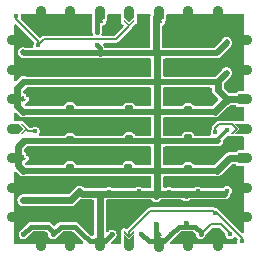
<source format=gbl>
G04 #@! TF.GenerationSoftware,KiCad,Pcbnew,9.0.0*
G04 #@! TF.CreationDate,2025-03-15T13:02:56+01:00*
G04 #@! TF.ProjectId,snowpixel,736e6f77-7069-4786-956c-2e6b69636164,rev?*
G04 #@! TF.SameCoordinates,Original*
G04 #@! TF.FileFunction,Copper,L2,Bot*
G04 #@! TF.FilePolarity,Positive*
%FSLAX46Y46*%
G04 Gerber Fmt 4.6, Leading zero omitted, Abs format (unit mm)*
G04 Created by KiCad (PCBNEW 9.0.0) date 2025-03-15 13:02:56*
%MOMM*%
%LPD*%
G01*
G04 APERTURE LIST*
G04 Aperture macros list*
%AMRoundRect*
0 Rectangle with rounded corners*
0 $1 Rounding radius*
0 $2 $3 $4 $5 $6 $7 $8 $9 X,Y pos of 4 corners*
0 Add a 4 corners polygon primitive as box body*
4,1,4,$2,$3,$4,$5,$6,$7,$8,$9,$2,$3,0*
0 Add four circle primitives for the rounded corners*
1,1,$1+$1,$2,$3*
1,1,$1+$1,$4,$5*
1,1,$1+$1,$6,$7*
1,1,$1+$1,$8,$9*
0 Add four rect primitives between the rounded corners*
20,1,$1+$1,$2,$3,$4,$5,0*
20,1,$1+$1,$4,$5,$6,$7,0*
20,1,$1+$1,$6,$7,$8,$9,0*
20,1,$1+$1,$8,$9,$2,$3,0*%
%AMFreePoly0*
4,1,21,0.530354,0.450354,0.530500,0.450000,0.530500,-0.450000,0.530354,-0.450354,0.530000,-0.450500,0.440000,-0.450500,0.439646,-0.450354,0.439500,-0.450000,0.439500,-0.050500,0.350000,-0.050500,0.350000,-0.450000,-0.350000,-0.450000,-0.350000,0.450000,0.350000,0.450000,0.350000,0.050500,0.439500,0.050500,0.439500,0.450000,0.439646,0.450354,0.440000,0.450500,0.530000,0.450500,
0.530354,0.450354,0.530354,0.450354,$1*%
%AMFreePoly1*
4,1,13,0.040354,0.250354,0.040500,0.250000,0.040500,-0.300000,0.040354,-0.300354,0.040000,-0.300500,-0.050000,-0.300500,-0.050354,-0.300354,-0.050500,-0.300000,-0.050500,0.250000,-0.050354,0.250354,-0.050000,0.250500,0.040000,0.250500,0.040354,0.250354,0.040354,0.250354,$1*%
%AMFreePoly2*
4,1,13,0.050354,0.160354,0.050500,0.160000,0.050500,-0.140000,0.050354,-0.140354,0.050000,-0.140500,-0.040000,-0.140500,-0.040354,-0.140354,-0.040500,-0.140000,-0.040500,0.160000,-0.040354,0.160354,-0.040000,0.160500,0.050000,0.160500,0.050354,0.160354,0.050354,0.160354,$1*%
%AMFreePoly3*
4,1,23,0.350000,0.100060,0.649972,0.300042,0.650010,0.300049,0.650042,0.300028,0.650050,0.300000,0.650050,0.000050,0.950000,0.000050,0.950035,0.000035,0.950050,0.000000,0.950035,-0.000035,0.950028,-0.000042,0.500028,-0.300042,0.499990,-0.300049,0.499958,-0.300028,0.499950,-0.300000,0.499950,-0.050094,0.350028,-0.150042,0.350000,-0.150047,0.350000,-0.450000,-0.350000,-0.450000,
-0.350000,0.450000,0.350000,0.450000,0.350000,0.100060,0.350000,0.100060,$1*%
%AMFreePoly4*
4,1,18,0.750354,0.450354,0.750500,0.450000,0.750354,0.449646,0.300708,0.000000,0.750354,-0.449646,0.750500,-0.450000,0.750354,-0.450354,0.750000,-0.450500,0.000000,-0.450500,-0.000354,-0.450354,-0.000500,-0.450000,-0.300000,-0.450000,-0.300000,0.450000,-0.000500,0.450000,-0.000354,0.450354,0.000000,0.450500,0.750000,0.450500,0.750354,0.450354,0.750354,0.450354,$1*%
%AMFreePoly5*
4,1,17,0.550355,0.450146,0.550708,0.449999,0.550854,0.449645,0.550708,0.449292,0.101416,0.000000,0.550708,-0.449292,0.550854,-0.449646,0.550708,-0.450000,0.550355,-0.450146,0.350001,-0.450500,0.349646,-0.450354,-0.100354,-0.000354,-0.100500,0.000000,-0.100354,0.000354,0.349646,0.450354,0.350001,0.450500,0.550355,0.450146,0.550355,0.450146,$1*%
%AMFreePoly6*
4,1,16,0.275354,0.450354,0.725354,0.000354,0.725500,0.000000,0.725354,-0.000354,0.275354,-0.450354,0.275000,-0.450500,-0.125000,-0.450500,-0.125354,-0.450354,-0.125500,-0.450000,-0.275000,-0.450000,-0.275000,0.450000,-0.125500,0.450000,-0.125354,0.450354,-0.125000,0.450500,0.275000,0.450500,0.275354,0.450354,0.275354,0.450354,$1*%
%AMFreePoly7*
4,1,17,-0.299646,0.450354,0.150354,0.000354,0.150500,0.000000,0.150354,-0.000354,-0.299646,-0.450354,-0.300000,-0.450500,-0.500000,-0.450500,-0.500354,-0.450354,-0.500500,-0.450000,-0.500354,-0.449646,-0.050708,0.000000,-0.500354,0.449646,-0.500500,0.450000,-0.500354,0.450354,-0.500000,0.450500,-0.300000,0.450500,-0.299646,0.450354,-0.299646,0.450354,$1*%
G04 Aperture macros list end*
G04 #@! TA.AperFunction,SMDPad,CuDef*
%ADD10RoundRect,0.140000X0.170000X-0.140000X0.170000X0.140000X-0.170000X0.140000X-0.170000X-0.140000X0*%
G04 #@! TD*
G04 #@! TA.AperFunction,ComponentPad*
%ADD11C,0.900000*%
G04 #@! TD*
G04 #@! TA.AperFunction,SMDPad,CuDef*
%ADD12FreePoly0,0.000000*%
G04 #@! TD*
G04 #@! TA.AperFunction,SMDPad,CuDef*
%ADD13FreePoly1,0.000000*%
G04 #@! TD*
G04 #@! TA.AperFunction,SMDPad,CuDef*
%ADD14FreePoly2,0.000000*%
G04 #@! TD*
G04 #@! TA.AperFunction,SMDPad,CuDef*
%ADD15FreePoly0,270.000000*%
G04 #@! TD*
G04 #@! TA.AperFunction,SMDPad,CuDef*
%ADD16FreePoly1,270.000000*%
G04 #@! TD*
G04 #@! TA.AperFunction,SMDPad,CuDef*
%ADD17FreePoly2,270.000000*%
G04 #@! TD*
G04 #@! TA.AperFunction,SMDPad,CuDef*
%ADD18FreePoly3,270.000000*%
G04 #@! TD*
G04 #@! TA.AperFunction,SMDPad,CuDef*
%ADD19FreePoly4,90.000000*%
G04 #@! TD*
G04 #@! TA.AperFunction,SMDPad,CuDef*
%ADD20FreePoly5,90.000000*%
G04 #@! TD*
G04 #@! TA.AperFunction,SMDPad,CuDef*
%ADD21FreePoly0,90.000000*%
G04 #@! TD*
G04 #@! TA.AperFunction,SMDPad,CuDef*
%ADD22FreePoly1,90.000000*%
G04 #@! TD*
G04 #@! TA.AperFunction,SMDPad,CuDef*
%ADD23FreePoly2,90.000000*%
G04 #@! TD*
G04 #@! TA.AperFunction,SMDPad,CuDef*
%ADD24FreePoly3,90.000000*%
G04 #@! TD*
G04 #@! TA.AperFunction,SMDPad,CuDef*
%ADD25FreePoly3,0.000000*%
G04 #@! TD*
G04 #@! TA.AperFunction,SMDPad,CuDef*
%ADD26FreePoly3,180.000000*%
G04 #@! TD*
G04 #@! TA.AperFunction,SMDPad,CuDef*
%ADD27FreePoly6,270.000000*%
G04 #@! TD*
G04 #@! TA.AperFunction,SMDPad,CuDef*
%ADD28FreePoly7,270.000000*%
G04 #@! TD*
G04 #@! TA.AperFunction,SMDPad,CuDef*
%ADD29FreePoly6,0.000000*%
G04 #@! TD*
G04 #@! TA.AperFunction,SMDPad,CuDef*
%ADD30FreePoly7,0.000000*%
G04 #@! TD*
G04 #@! TA.AperFunction,SMDPad,CuDef*
%ADD31FreePoly4,180.000000*%
G04 #@! TD*
G04 #@! TA.AperFunction,SMDPad,CuDef*
%ADD32FreePoly5,180.000000*%
G04 #@! TD*
G04 #@! TA.AperFunction,SMDPad,CuDef*
%ADD33FreePoly0,180.000000*%
G04 #@! TD*
G04 #@! TA.AperFunction,SMDPad,CuDef*
%ADD34FreePoly1,180.000000*%
G04 #@! TD*
G04 #@! TA.AperFunction,SMDPad,CuDef*
%ADD35FreePoly2,180.000000*%
G04 #@! TD*
G04 #@! TA.AperFunction,ViaPad*
%ADD36C,0.400000*%
G04 #@! TD*
G04 #@! TA.AperFunction,Conductor*
%ADD37C,0.500000*%
G04 #@! TD*
G04 #@! TA.AperFunction,Conductor*
%ADD38C,0.600000*%
G04 #@! TD*
G04 #@! TA.AperFunction,Conductor*
%ADD39C,0.400000*%
G04 #@! TD*
G04 #@! TA.AperFunction,Conductor*
%ADD40C,0.200000*%
G04 #@! TD*
G04 #@! TA.AperFunction,Conductor*
%ADD41C,0.300000*%
G04 #@! TD*
G04 APERTURE END LIST*
D10*
X123350000Y-59970000D03*
X123350000Y-60930000D03*
X123350000Y-63530000D03*
X123350000Y-62570000D03*
D11*
X108400000Y-65200000D03*
D12*
X108750000Y-65200000D03*
D13*
X109420000Y-65200000D03*
D14*
X109590000Y-65200000D03*
D11*
X123350000Y-50250000D03*
D15*
X123350000Y-50600000D03*
D16*
X123350000Y-51270000D03*
D17*
X123350000Y-51440000D03*
D11*
X120850000Y-50250000D03*
D18*
X120850000Y-50600000D03*
D11*
X118350000Y-70175000D03*
D19*
X118350000Y-69875000D03*
D20*
X118350000Y-69375000D03*
D10*
X118300000Y-63410000D03*
X118300000Y-62450000D03*
D11*
X113350000Y-70150000D03*
D21*
X113350000Y-69800000D03*
D22*
X113350000Y-69130000D03*
D23*
X113350000Y-68960000D03*
D11*
X125850000Y-50250000D03*
D15*
X125850000Y-50600000D03*
D16*
X125850000Y-51270000D03*
D17*
X125850000Y-51440000D03*
D11*
X108400000Y-55200000D03*
D12*
X108750000Y-55200000D03*
D13*
X109420000Y-55200000D03*
D14*
X109590000Y-55200000D03*
D11*
X110850000Y-50250000D03*
D15*
X110850000Y-50600000D03*
D16*
X110850000Y-51270000D03*
D17*
X110850000Y-51440000D03*
D11*
X115850000Y-50250000D03*
D18*
X115850000Y-50600000D03*
D11*
X110850000Y-70150000D03*
D21*
X110850000Y-69800000D03*
D22*
X110850000Y-69130000D03*
D23*
X110850000Y-68960000D03*
D11*
X115850000Y-70150000D03*
D24*
X115850000Y-69800000D03*
D11*
X108400000Y-67700000D03*
D12*
X108750000Y-67700000D03*
D13*
X109420000Y-67700000D03*
D14*
X109590000Y-67700000D03*
D11*
X108400000Y-62700000D03*
D25*
X108750000Y-62700000D03*
D10*
X113350000Y-61050000D03*
X113350000Y-60090000D03*
D11*
X125850000Y-70150000D03*
D21*
X125850000Y-69800000D03*
D22*
X125850000Y-69130000D03*
D23*
X125850000Y-68960000D03*
D11*
X108400000Y-52700000D03*
D12*
X108750000Y-52700000D03*
D13*
X109420000Y-52700000D03*
D14*
X109590000Y-52700000D03*
D11*
X128300000Y-62700000D03*
D26*
X127950000Y-62700000D03*
D11*
X118350000Y-50250000D03*
D27*
X118350000Y-50525000D03*
D28*
X118350000Y-51450000D03*
D11*
X113350000Y-50250000D03*
D15*
X113350000Y-50600000D03*
D16*
X113350000Y-51270000D03*
D17*
X113350000Y-51440000D03*
D11*
X108400000Y-57700000D03*
D25*
X108750000Y-57700000D03*
D11*
X108395000Y-60200000D03*
D29*
X108670000Y-60200000D03*
D30*
X109595000Y-60200000D03*
D11*
X128300000Y-60200000D03*
D31*
X128000000Y-60200000D03*
D32*
X127500000Y-60200000D03*
D11*
X120850000Y-70179775D03*
D24*
X120850000Y-69829775D03*
D10*
X118350000Y-58480000D03*
X118350000Y-57520000D03*
D11*
X128300000Y-52700000D03*
D33*
X127950000Y-52700000D03*
D34*
X127280000Y-52700000D03*
D35*
X127110000Y-52700000D03*
D11*
X128300000Y-55200000D03*
D33*
X127950000Y-55200000D03*
D34*
X127280000Y-55200000D03*
D35*
X127110000Y-55200000D03*
D11*
X128300000Y-67700000D03*
D33*
X127950000Y-67700000D03*
D34*
X127280000Y-67700000D03*
D35*
X127110000Y-67700000D03*
D10*
X123350000Y-58530000D03*
X123350000Y-57570000D03*
D11*
X128300000Y-57700000D03*
D26*
X127950000Y-57700000D03*
D10*
X113350000Y-58450000D03*
X113350000Y-57490000D03*
D11*
X123350000Y-70150000D03*
D21*
X123350000Y-69800000D03*
D22*
X123350000Y-69130000D03*
D23*
X123350000Y-68960000D03*
D10*
X118350000Y-60980000D03*
X118350000Y-60020000D03*
D11*
X128300000Y-65200000D03*
D33*
X127950000Y-65200000D03*
D34*
X127280000Y-65200000D03*
D35*
X127110000Y-65200000D03*
D10*
X113350000Y-63450000D03*
X113350000Y-62490000D03*
D36*
X123150000Y-65940000D03*
X119399998Y-69150001D03*
X119399998Y-53750000D03*
X111899999Y-66249998D03*
X109399998Y-66250000D03*
X126650000Y-60325000D03*
X119399999Y-63749998D03*
X121695093Y-65547307D03*
X114399999Y-56249998D03*
X114399998Y-69150002D03*
X109399999Y-58749998D03*
X126899998Y-69150001D03*
X124399999Y-63749998D03*
X114399999Y-61249998D03*
X109399999Y-56249998D03*
X109399999Y-63749998D03*
X114399999Y-63749998D03*
X114399998Y-58749999D03*
X111899998Y-56249999D03*
X124399998Y-56250000D03*
X111899998Y-53750000D03*
X123150000Y-68220000D03*
X124399998Y-69150001D03*
X116899999Y-58749998D03*
X121900000Y-69150002D03*
X126650000Y-52850000D03*
X126650000Y-55450000D03*
X120650000Y-68290000D03*
X126650000Y-57700000D03*
X116899998Y-56249999D03*
X111899999Y-61249998D03*
X109399998Y-53749999D03*
X124149999Y-65513013D03*
X119399998Y-56250000D03*
X115650000Y-51975000D03*
X121899999Y-56249998D03*
X116899999Y-53749998D03*
X116900000Y-69150002D03*
X116899998Y-63750000D03*
X124399998Y-53749999D03*
X121899998Y-58749999D03*
X121899998Y-61249999D03*
X109399999Y-61249998D03*
X116649999Y-65531413D03*
X126669400Y-62884400D03*
X124399999Y-58749998D03*
X114399998Y-53749999D03*
X119149999Y-65516813D03*
X121900000Y-63749998D03*
X116899999Y-61250001D03*
X120650000Y-66000000D03*
X111899998Y-69150001D03*
X114150000Y-65520613D03*
X126650000Y-65449800D03*
X119399999Y-61249998D03*
X124399999Y-61249998D03*
X119399999Y-58749998D03*
X115609687Y-53125000D03*
X111899999Y-58749998D03*
X109399998Y-69150001D03*
X121899998Y-53750000D03*
X111899999Y-63749998D03*
X108800000Y-50650000D03*
X110650000Y-53149999D03*
X110384994Y-60423466D03*
X115036200Y-54985000D03*
X117525400Y-57448800D03*
X120014600Y-57448800D03*
X125043800Y-59963400D03*
X117525400Y-59938000D03*
X119800001Y-51249998D03*
X122503800Y-62427200D03*
X127300002Y-64150001D03*
X119800002Y-66650001D03*
X122529200Y-64967200D03*
X127300002Y-66650001D03*
X117525400Y-62478000D03*
X120040000Y-62478000D03*
X115036200Y-64992600D03*
X112521600Y-57499600D03*
X127300002Y-56650001D03*
X117300001Y-51249998D03*
X109800001Y-51249998D03*
X122529200Y-59938000D03*
X125650000Y-68819200D03*
X110150000Y-57400000D03*
X127300002Y-61650001D03*
X115036200Y-57474200D03*
X125018400Y-54959600D03*
X110050000Y-62478000D03*
X110025000Y-59875000D03*
X127300001Y-51249998D03*
X120040000Y-54959600D03*
X125018400Y-62452600D03*
X110032400Y-64941800D03*
X112521600Y-59963400D03*
X124800002Y-66650001D03*
X122529200Y-54959600D03*
X125043800Y-57448800D03*
X122529200Y-57448800D03*
X117300001Y-66650002D03*
X124800001Y-51249998D03*
X122300001Y-51249998D03*
X120014600Y-59938000D03*
X110025000Y-55061200D03*
X112300001Y-51249998D03*
X112521600Y-55035800D03*
X114800002Y-66650001D03*
X115036200Y-62478000D03*
X112521600Y-62452600D03*
X122300002Y-66650001D03*
X127334600Y-54150002D03*
X112521600Y-64967200D03*
X117525400Y-54959600D03*
X117525400Y-64992600D03*
X114800001Y-51249998D03*
X120014600Y-64967200D03*
X127300002Y-59150001D03*
X115036200Y-59988800D03*
X125018400Y-64967200D03*
X127900000Y-69750000D03*
X125650000Y-60500000D03*
X125650000Y-67329400D03*
D37*
X126600000Y-52977200D02*
X126600000Y-52850000D01*
D38*
X126650000Y-57700000D02*
X127800000Y-57700000D01*
X120740000Y-65557600D02*
X120875000Y-65692600D01*
D39*
X114399998Y-69149998D02*
X114399998Y-69150002D01*
X111459878Y-68500000D02*
X111899998Y-68940120D01*
D37*
X109399999Y-63749998D02*
X125803802Y-63749998D01*
D39*
X123150000Y-68220000D02*
X123150000Y-68486600D01*
X112549999Y-68500000D02*
X113750000Y-68500000D01*
D38*
X108925000Y-62700000D02*
X108925000Y-61724997D01*
X114321987Y-65692600D02*
X115740000Y-65692600D01*
X108900000Y-56749997D02*
X108900000Y-58249999D01*
D39*
X109399998Y-69150001D02*
X110049999Y-68500000D01*
D37*
X109399999Y-61249998D02*
X125865402Y-61249998D01*
D40*
X126899998Y-69055414D02*
X126113784Y-68269200D01*
X125280799Y-68269200D02*
X124399998Y-69150001D01*
D39*
X123150000Y-68486600D02*
X123138800Y-68497800D01*
X115650000Y-51975000D02*
X115650000Y-50800000D01*
X115650000Y-50800000D02*
X115800000Y-50650000D01*
D40*
X126899998Y-69060830D02*
X126899998Y-69055414D01*
D39*
X124399998Y-68940120D02*
X124399998Y-69150001D01*
D38*
X125861600Y-56911600D02*
X125861600Y-56250000D01*
D39*
X120770225Y-69750000D02*
X121300002Y-69750000D01*
D38*
X120625000Y-50825000D02*
X120700000Y-50750000D01*
X115740000Y-65692600D02*
X120875000Y-65692600D01*
D39*
X126575000Y-57625000D02*
X126650000Y-57700000D01*
D38*
X120700000Y-50750000D02*
X120850000Y-50750000D01*
X126669400Y-62884400D02*
X126853800Y-62700000D01*
D39*
X110049999Y-68500000D02*
X111459878Y-68500000D01*
D37*
X124399998Y-56250000D02*
X125861600Y-56250000D01*
D38*
X113420613Y-66250000D02*
X114150000Y-65520613D01*
X115860000Y-65812600D02*
X115860000Y-69640000D01*
X126575000Y-57625000D02*
X125861600Y-56911600D01*
X120740000Y-53914999D02*
X120740000Y-65557600D01*
X109399999Y-56249998D02*
X108900000Y-56749997D01*
X120625000Y-53799999D02*
X120625000Y-50825000D01*
D37*
X120625000Y-53799999D02*
X125777201Y-53799999D01*
D39*
X121300002Y-69750000D02*
X121900000Y-69150002D01*
D38*
X126669400Y-62884400D02*
X125803802Y-63749998D01*
D37*
X126600000Y-57750000D02*
X126650000Y-57750000D01*
D41*
X125865402Y-61249998D02*
X125865402Y-61109598D01*
D38*
X115740000Y-65692600D02*
X115860000Y-65812600D01*
D40*
X120852800Y-58724598D02*
X120878200Y-58749998D01*
D37*
X109399999Y-56249998D02*
X124399996Y-56249998D01*
D39*
X115850000Y-53365313D02*
X115850000Y-53850000D01*
X113750000Y-68500000D02*
X114399998Y-69149998D01*
D38*
X126650000Y-57700000D02*
X126650000Y-57824998D01*
X108925000Y-61724997D02*
X109399999Y-61249998D01*
D39*
X120650000Y-66000000D02*
X120650000Y-65643000D01*
X111899998Y-66249999D02*
X111899999Y-66249998D01*
D37*
X125777201Y-53799999D02*
X126600000Y-52977200D01*
D39*
X121900000Y-69150002D02*
X122550002Y-68500000D01*
X120650000Y-69629775D02*
X120770225Y-69750000D01*
X119999997Y-69750000D02*
X120850000Y-69750000D01*
D38*
X108925000Y-63274999D02*
X109399999Y-63749998D01*
D39*
X114999996Y-69750000D02*
X114399998Y-69150002D01*
D38*
X115825000Y-50775000D02*
X115850000Y-50750000D01*
X109399998Y-66250000D02*
X113420613Y-66250000D01*
D39*
X115609687Y-53125000D02*
X115850000Y-53365313D01*
X119399998Y-69150001D02*
X119999997Y-69750000D01*
X126650000Y-57700000D02*
X127900000Y-57700000D01*
X111899998Y-69150001D02*
X112549999Y-68500000D01*
X121899999Y-69150001D02*
X121900000Y-69150002D01*
D37*
X115925000Y-53799999D02*
X120625000Y-53799999D01*
D39*
X120650000Y-65643000D02*
X120700400Y-65592600D01*
X115800000Y-50650000D02*
X115850000Y-50650000D01*
D38*
X120875000Y-65692600D02*
X126426600Y-65692600D01*
D39*
X116900000Y-69150002D02*
X116300002Y-69750000D01*
X123959878Y-68500000D02*
X124399998Y-68940120D01*
X120650000Y-68290000D02*
X120650000Y-69629775D01*
D41*
X125865402Y-61109598D02*
X126650000Y-60325000D01*
D39*
X111899998Y-68940120D02*
X111899998Y-69150001D01*
X116300002Y-69750000D02*
X114999996Y-69750000D01*
D38*
X120625000Y-53799999D02*
X120740000Y-53914999D01*
D37*
X120750000Y-50700000D02*
X120850000Y-50700000D01*
D38*
X126853800Y-62700000D02*
X127850000Y-62700000D01*
D40*
X126113784Y-68269200D02*
X125280799Y-68269200D01*
D37*
X109399999Y-58749998D02*
X124399999Y-58749998D01*
D38*
X114150000Y-65520613D02*
X114321987Y-65692600D01*
D37*
X109449998Y-53799999D02*
X115925000Y-53799999D01*
D38*
X126650000Y-57700000D02*
X125600002Y-58749998D01*
D39*
X123150000Y-65940000D02*
X123150000Y-65606800D01*
D37*
X124399996Y-56249998D02*
X124399998Y-56250000D01*
D38*
X108925000Y-62700000D02*
X108925000Y-63274999D01*
X115860000Y-69640000D02*
X115850000Y-69650000D01*
D39*
X114150000Y-65520613D02*
X114221987Y-65592600D01*
D37*
X125861600Y-56250000D02*
X126600000Y-55511600D01*
X120625000Y-50825000D02*
X120750000Y-50700000D01*
X109399998Y-53749999D02*
X109449998Y-53799999D01*
D39*
X122550002Y-68500000D02*
X123959878Y-68500000D01*
D37*
X126600000Y-55511600D02*
X126600000Y-55450000D01*
D38*
X108900000Y-58249999D02*
X109399999Y-58749998D01*
D37*
X124399999Y-58749998D02*
X125600002Y-58749998D01*
D40*
X108800000Y-50957104D02*
X110650000Y-52807104D01*
X110650000Y-52807104D02*
X110650000Y-53149999D01*
X110650000Y-53149999D02*
X110675001Y-53175000D01*
X111174999Y-52625000D02*
X117217559Y-52625000D01*
X110370460Y-60438000D02*
X109825293Y-60438000D01*
X110650000Y-53149999D02*
X111174999Y-52625000D01*
X108800000Y-50650000D02*
X108800000Y-50957104D01*
X109795174Y-60395174D02*
X109675000Y-60275000D01*
X117217559Y-52625000D02*
X117285119Y-52557440D01*
X117285119Y-52557440D02*
X118350000Y-51492559D01*
X110384994Y-60423466D02*
X110370460Y-60438000D01*
X125850000Y-69019200D02*
X125850000Y-69600000D01*
X125650000Y-68819200D02*
X125850000Y-69019200D01*
X125490600Y-67170000D02*
X120130000Y-67170000D01*
X125650000Y-60175000D02*
X126000000Y-59825000D01*
X125650000Y-60500000D02*
X125650000Y-60175000D01*
X125650000Y-67329400D02*
X125650000Y-67358200D01*
X120130000Y-67170000D02*
X118350000Y-68950000D01*
X127900000Y-69442750D02*
X125786650Y-67329400D01*
X126000000Y-59825000D02*
X127075000Y-59825000D01*
X127075000Y-59825000D02*
X127430059Y-60180059D01*
X127900000Y-69750000D02*
X127900000Y-69442750D01*
X125650000Y-67329400D02*
X125490600Y-67170000D01*
X118350000Y-68950000D02*
X118350000Y-69262500D01*
X125786650Y-67329400D02*
X125650000Y-67329400D01*
G04 #@! TA.AperFunction,Conductor*
G36*
X108805703Y-63863962D02*
G01*
X108812181Y-63869994D01*
X109092685Y-64150498D01*
X109191520Y-64207561D01*
X109201424Y-64213279D01*
X109206813Y-64216390D01*
X109334107Y-64250498D01*
X109334109Y-64250498D01*
X109465889Y-64250498D01*
X109465891Y-64250498D01*
X109593185Y-64216390D01*
X109593193Y-64216385D01*
X109600695Y-64213279D01*
X109601248Y-64214616D01*
X109653936Y-64200498D01*
X120115500Y-64200498D01*
X120182539Y-64220183D01*
X120228294Y-64272987D01*
X120239500Y-64324498D01*
X120239500Y-65068100D01*
X120219815Y-65135139D01*
X120167011Y-65180894D01*
X120115500Y-65192100D01*
X119421805Y-65192100D01*
X119359805Y-65175487D01*
X119359803Y-65175486D01*
X119304586Y-65143606D01*
X119202726Y-65116313D01*
X119097272Y-65116313D01*
X118995412Y-65143606D01*
X118995409Y-65143607D01*
X118974324Y-65155781D01*
X118940195Y-65175486D01*
X118940193Y-65175487D01*
X118878193Y-65192100D01*
X116896518Y-65192100D01*
X116834518Y-65175487D01*
X116804588Y-65158207D01*
X116804587Y-65158206D01*
X116804586Y-65158206D01*
X116702726Y-65130913D01*
X116597272Y-65130913D01*
X116495412Y-65158206D01*
X116495409Y-65158207D01*
X116465480Y-65175487D01*
X116403480Y-65192100D01*
X114580663Y-65192100D01*
X114513624Y-65172415D01*
X114492982Y-65155781D01*
X114457316Y-65120115D01*
X114457314Y-65120113D01*
X114381937Y-65076594D01*
X114343187Y-65054221D01*
X114279539Y-65037167D01*
X114215892Y-65020113D01*
X114084108Y-65020113D01*
X113956812Y-65054221D01*
X113842686Y-65120113D01*
X113842683Y-65120115D01*
X113249618Y-65713181D01*
X113188295Y-65746666D01*
X113161937Y-65749500D01*
X109334106Y-65749500D01*
X109206810Y-65783608D01*
X109092684Y-65849500D01*
X109092681Y-65849502D01*
X108999500Y-65942683D01*
X108999498Y-65942686D01*
X108933606Y-66056812D01*
X108923883Y-66093100D01*
X108899498Y-66184108D01*
X108899498Y-66315892D01*
X108906092Y-66340500D01*
X108933606Y-66443187D01*
X108966552Y-66500250D01*
X108999498Y-66557314D01*
X109092684Y-66650500D01*
X109206812Y-66716392D01*
X109334106Y-66750500D01*
X109334108Y-66750500D01*
X113486503Y-66750500D01*
X113486505Y-66750500D01*
X113613799Y-66716392D01*
X113727927Y-66650500D01*
X114150321Y-66228104D01*
X114211642Y-66194621D01*
X114247967Y-66193108D01*
X114247967Y-66193100D01*
X114248167Y-66193100D01*
X114254195Y-66192849D01*
X114256088Y-66193098D01*
X114256094Y-66193100D01*
X114256095Y-66193100D01*
X115235500Y-66193100D01*
X115302539Y-66212785D01*
X115348294Y-66265589D01*
X115359500Y-66317100D01*
X115359500Y-69041099D01*
X115358674Y-69055391D01*
X115356468Y-69074401D01*
X115346115Y-69097475D01*
X115343545Y-69185769D01*
X115342928Y-69191095D01*
X115331296Y-69218519D01*
X115322075Y-69246849D01*
X115317681Y-69250623D01*
X115315647Y-69255419D01*
X115298423Y-69267163D01*
X115282774Y-69280605D01*
X115282791Y-69280627D01*
X115282213Y-69281087D01*
X115273558Y-69288522D01*
X115271871Y-69289334D01*
X115266069Y-69293961D01*
X115201381Y-69320366D01*
X115132686Y-69307607D01*
X115101080Y-69284691D01*
X114726604Y-68910215D01*
X114726571Y-68910177D01*
X113995915Y-68179522D01*
X113995913Y-68179520D01*
X113950250Y-68153156D01*
X113904589Y-68126793D01*
X113853657Y-68113146D01*
X113802727Y-68099500D01*
X112602726Y-68099500D01*
X112497272Y-68099500D01*
X112395409Y-68126793D01*
X112304086Y-68179520D01*
X112304083Y-68179522D01*
X112092619Y-68390986D01*
X112031296Y-68424471D01*
X111961604Y-68419487D01*
X111917257Y-68390986D01*
X111705793Y-68179522D01*
X111705791Y-68179520D01*
X111660128Y-68153156D01*
X111614467Y-68126793D01*
X111563535Y-68113146D01*
X111512605Y-68099500D01*
X110102726Y-68099500D01*
X109997272Y-68099500D01*
X109895409Y-68126793D01*
X109804086Y-68179520D01*
X109804083Y-68179522D01*
X109079520Y-68904085D01*
X109079518Y-68904088D01*
X109026791Y-68995411D01*
X109010720Y-69055391D01*
X108999498Y-69097274D01*
X108999498Y-69202728D01*
X109003397Y-69217279D01*
X109026791Y-69304590D01*
X109026792Y-69304591D01*
X109079518Y-69395914D01*
X109154085Y-69470481D01*
X109233172Y-69516142D01*
X109245406Y-69523206D01*
X109245410Y-69523208D01*
X109347271Y-69550501D01*
X109347273Y-69550501D01*
X109452723Y-69550501D01*
X109452725Y-69550501D01*
X109554586Y-69523208D01*
X109645911Y-69470481D01*
X110179573Y-68936819D01*
X110240896Y-68903334D01*
X110267254Y-68900500D01*
X111242623Y-68900500D01*
X111272066Y-68909145D01*
X111302049Y-68915668D01*
X111307064Y-68919422D01*
X111309662Y-68920185D01*
X111330299Y-68936814D01*
X111463180Y-69069694D01*
X111496664Y-69131015D01*
X111499498Y-69157374D01*
X111499498Y-69202728D01*
X111503397Y-69217279D01*
X111526791Y-69304590D01*
X111526792Y-69304591D01*
X111579518Y-69395914D01*
X111654085Y-69470481D01*
X111733172Y-69516142D01*
X111745406Y-69523206D01*
X111745410Y-69523208D01*
X111847271Y-69550501D01*
X111847273Y-69550501D01*
X111952723Y-69550501D01*
X111952725Y-69550501D01*
X112054586Y-69523208D01*
X112145911Y-69470481D01*
X112679573Y-68936819D01*
X112740896Y-68903334D01*
X112767254Y-68900500D01*
X113532745Y-68900500D01*
X113599784Y-68920185D01*
X113620426Y-68936819D01*
X114074123Y-69390516D01*
X114074161Y-69390559D01*
X114421422Y-69737819D01*
X114454907Y-69799142D01*
X114449923Y-69868833D01*
X114408052Y-69924767D01*
X114342587Y-69949184D01*
X114333741Y-69949500D01*
X108724500Y-69949500D01*
X108657461Y-69929815D01*
X108611706Y-69877011D01*
X108600500Y-69825500D01*
X108600500Y-63957675D01*
X108620185Y-63890636D01*
X108672989Y-63844881D01*
X108742147Y-63834937D01*
X108805703Y-63863962D01*
G37*
G04 #@! TD.AperFunction*
G04 #@! TA.AperFunction,Conductor*
G36*
X127246392Y-63203637D02*
G01*
X127247469Y-63203884D01*
X127247473Y-63203884D01*
X127247475Y-63203885D01*
X127330412Y-63206298D01*
X127396848Y-63227923D01*
X127430600Y-63267220D01*
X127430622Y-63267203D01*
X127431091Y-63267791D01*
X127438523Y-63276444D01*
X127439333Y-63278126D01*
X127439334Y-63278127D01*
X127510837Y-63335149D01*
X127586203Y-63352351D01*
X127599995Y-63355499D01*
X127600000Y-63355500D01*
X127975500Y-63355500D01*
X128042539Y-63375185D01*
X128088294Y-63427989D01*
X128099500Y-63479500D01*
X128099500Y-68917917D01*
X128079815Y-68984956D01*
X128027011Y-69030711D01*
X127957853Y-69040655D01*
X127894297Y-69011630D01*
X127887819Y-69005598D01*
X125988542Y-67106321D01*
X125975764Y-67089669D01*
X125975424Y-67089931D01*
X125970480Y-67083487D01*
X125895913Y-67008920D01*
X125804587Y-66956193D01*
X125702727Y-66928900D01*
X125702726Y-66928900D01*
X125694667Y-66927839D01*
X125694960Y-66925612D01*
X125645227Y-66912287D01*
X125606589Y-66889979D01*
X125530162Y-66869500D01*
X120090438Y-66869500D01*
X120059867Y-66877691D01*
X120014008Y-66889979D01*
X120014007Y-66889980D01*
X119946618Y-66928888D01*
X119946597Y-66928900D01*
X119945492Y-66929537D01*
X119945488Y-66929540D01*
X118211426Y-68663602D01*
X118150103Y-68697087D01*
X118080411Y-68692103D01*
X118055365Y-68677689D01*
X118054605Y-68678826D01*
X117983062Y-68630973D01*
X117980794Y-68630031D01*
X117979184Y-68629363D01*
X117912252Y-68613990D01*
X117912250Y-68613990D01*
X117912249Y-68613990D01*
X117822066Y-68629147D01*
X117822056Y-68629150D01*
X117818168Y-68630752D01*
X117759820Y-68667267D01*
X117759817Y-68667270D01*
X117706760Y-68741757D01*
X117706758Y-68741760D01*
X117705142Y-68745640D01*
X117705142Y-68745641D01*
X117705141Y-68745646D01*
X117689354Y-68824273D01*
X117689232Y-68893629D01*
X117689000Y-69024736D01*
X117689000Y-69025004D01*
X117694133Y-69050809D01*
X117694133Y-69099191D01*
X117689000Y-69124995D01*
X117689000Y-69825500D01*
X117669315Y-69892539D01*
X117616511Y-69938294D01*
X117565000Y-69949500D01*
X116966257Y-69949500D01*
X116899218Y-69929815D01*
X116853463Y-69877011D01*
X116843519Y-69807853D01*
X116872544Y-69744297D01*
X116878576Y-69737819D01*
X117029358Y-69587037D01*
X117220480Y-69395915D01*
X117238206Y-69365213D01*
X117273207Y-69304589D01*
X117300500Y-69202729D01*
X117300500Y-69097275D01*
X117273207Y-68995415D01*
X117220480Y-68904089D01*
X117145913Y-68829522D01*
X117054587Y-68776795D01*
X116952727Y-68749502D01*
X116847273Y-68749502D01*
X116745413Y-68776795D01*
X116745412Y-68776795D01*
X116745410Y-68776796D01*
X116745409Y-68776796D01*
X116674926Y-68817489D01*
X116674920Y-68817493D01*
X116663179Y-68824273D01*
X116654087Y-68829522D01*
X116570269Y-68913339D01*
X116568249Y-68915190D01*
X116539226Y-68929421D01*
X116510858Y-68944912D01*
X116508046Y-68944710D01*
X116505516Y-68945952D01*
X116473413Y-68942234D01*
X116441166Y-68939928D01*
X116438908Y-68938238D01*
X116436110Y-68937914D01*
X116411112Y-68917429D01*
X116385233Y-68898056D01*
X116384248Y-68895415D01*
X116382068Y-68893629D01*
X116372112Y-68862878D01*
X116360816Y-68832592D01*
X116360631Y-68827415D01*
X116360547Y-68827156D01*
X116360612Y-68826906D01*
X116360500Y-68823746D01*
X116360500Y-66317100D01*
X116380185Y-66250061D01*
X116432989Y-66204306D01*
X116484500Y-66193100D01*
X120227845Y-66193100D01*
X120294884Y-66212785D01*
X120326218Y-66241610D01*
X120329520Y-66245913D01*
X120404087Y-66320480D01*
X120495413Y-66373207D01*
X120597273Y-66400500D01*
X120597275Y-66400500D01*
X120702725Y-66400500D01*
X120702727Y-66400500D01*
X120804587Y-66373207D01*
X120895913Y-66320480D01*
X120970480Y-66245913D01*
X120970483Y-66245907D01*
X120973782Y-66241610D01*
X121030211Y-66200409D01*
X121072155Y-66193100D01*
X122785345Y-66193100D01*
X122852384Y-66212785D01*
X122873026Y-66229419D01*
X122904087Y-66260480D01*
X122995413Y-66313207D01*
X123097273Y-66340500D01*
X123097275Y-66340500D01*
X123202725Y-66340500D01*
X123202727Y-66340500D01*
X123304587Y-66313207D01*
X123395913Y-66260480D01*
X123426974Y-66229419D01*
X123488297Y-66195934D01*
X123514655Y-66193100D01*
X126492490Y-66193100D01*
X126492492Y-66193100D01*
X126619786Y-66158992D01*
X126733914Y-66093100D01*
X126827100Y-65999914D01*
X126892992Y-65885786D01*
X126925602Y-65764082D01*
X126957693Y-65708499D01*
X126970480Y-65695713D01*
X127023207Y-65604387D01*
X127050500Y-65502527D01*
X127050500Y-65397073D01*
X127023207Y-65295213D01*
X126970480Y-65203887D01*
X126895913Y-65129320D01*
X126804587Y-65076593D01*
X126702727Y-65049300D01*
X126597273Y-65049300D01*
X126495413Y-65076593D01*
X126495410Y-65076594D01*
X126404085Y-65129321D01*
X126377626Y-65155781D01*
X126316303Y-65189266D01*
X126289945Y-65192100D01*
X124428387Y-65192100D01*
X124366387Y-65175487D01*
X124366385Y-65175486D01*
X124304586Y-65139806D01*
X124202726Y-65112513D01*
X124097272Y-65112513D01*
X123995412Y-65139806D01*
X123995409Y-65139807D01*
X123967742Y-65155781D01*
X123933613Y-65175486D01*
X123933611Y-65175487D01*
X123871611Y-65192100D01*
X121914082Y-65192100D01*
X121857322Y-65176890D01*
X121857190Y-65177211D01*
X121854757Y-65176203D01*
X121852081Y-65175486D01*
X121849680Y-65174100D01*
X121747820Y-65146807D01*
X121642366Y-65146807D01*
X121540506Y-65174100D01*
X121540505Y-65174100D01*
X121539032Y-65174950D01*
X121538104Y-65175486D01*
X121535428Y-65176203D01*
X121532996Y-65177211D01*
X121532863Y-65176890D01*
X121522616Y-65179636D01*
X121511039Y-65187077D01*
X121476104Y-65192100D01*
X121364500Y-65192100D01*
X121297461Y-65172415D01*
X121251706Y-65119611D01*
X121240500Y-65068100D01*
X121240500Y-64324498D01*
X121260185Y-64257459D01*
X121312989Y-64211704D01*
X121364500Y-64200498D01*
X125549865Y-64200498D01*
X125602552Y-64214616D01*
X125603106Y-64213279D01*
X125610609Y-64216386D01*
X125610616Y-64216390D01*
X125737910Y-64250498D01*
X125737912Y-64250498D01*
X125869692Y-64250498D01*
X125869694Y-64250498D01*
X125996988Y-64216390D01*
X126111116Y-64150498D01*
X127024795Y-63236819D01*
X127086118Y-63203334D01*
X127112476Y-63200500D01*
X127218678Y-63200500D01*
X127246392Y-63203637D01*
G37*
G04 #@! TD.AperFunction*
G04 #@! TA.AperFunction,Conductor*
G36*
X126004990Y-68589385D02*
G01*
X126025632Y-68606019D01*
X126463179Y-69043566D01*
X126496664Y-69104889D01*
X126499498Y-69131247D01*
X126499498Y-69202728D01*
X126526791Y-69304588D01*
X126579518Y-69395914D01*
X126654085Y-69470481D01*
X126745411Y-69523208D01*
X126847271Y-69550501D01*
X126847273Y-69550501D01*
X126952723Y-69550501D01*
X126952725Y-69550501D01*
X127054585Y-69523208D01*
X127145911Y-69470481D01*
X127220478Y-69395914D01*
X127220483Y-69395905D01*
X127224583Y-69390563D01*
X127238399Y-69380473D01*
X127248652Y-69366778D01*
X127266030Y-69360296D01*
X127281009Y-69349358D01*
X127298085Y-69348339D01*
X127314116Y-69342361D01*
X127332240Y-69346303D01*
X127350755Y-69345200D01*
X127366016Y-69353651D01*
X127382389Y-69357213D01*
X127410643Y-69378364D01*
X127497759Y-69465480D01*
X127531244Y-69526803D01*
X127526936Y-69587037D01*
X127528897Y-69587563D01*
X127526794Y-69595411D01*
X127526793Y-69595413D01*
X127499500Y-69697273D01*
X127499500Y-69802729D01*
X127500367Y-69809316D01*
X127489601Y-69878351D01*
X127443220Y-69930607D01*
X127377428Y-69949500D01*
X121966257Y-69949500D01*
X121899218Y-69929815D01*
X121853463Y-69877011D01*
X121843519Y-69807853D01*
X121872544Y-69744297D01*
X121878576Y-69737819D01*
X122029358Y-69587037D01*
X122220480Y-69395915D01*
X122220480Y-69395914D01*
X122679575Y-68936819D01*
X122740898Y-68903334D01*
X122767256Y-68900500D01*
X123742623Y-68900500D01*
X123772066Y-68909145D01*
X123802049Y-68915668D01*
X123807064Y-68919422D01*
X123809662Y-68920185D01*
X123830299Y-68936814D01*
X123963180Y-69069694D01*
X123996664Y-69131015D01*
X123999498Y-69157374D01*
X123999498Y-69202728D01*
X124026791Y-69304588D01*
X124079518Y-69395914D01*
X124154085Y-69470481D01*
X124245411Y-69523208D01*
X124347271Y-69550501D01*
X124347273Y-69550501D01*
X124452723Y-69550501D01*
X124452725Y-69550501D01*
X124554585Y-69523208D01*
X124645911Y-69470481D01*
X124720478Y-69395914D01*
X124773205Y-69304588D01*
X124800498Y-69202728D01*
X124800498Y-69202724D01*
X124802240Y-69196223D01*
X124834332Y-69140637D01*
X125368951Y-68606019D01*
X125430274Y-68572534D01*
X125456632Y-68569700D01*
X125937951Y-68569700D01*
X126004990Y-68589385D01*
G37*
G04 #@! TD.AperFunction*
G04 #@! TA.AperFunction,Conductor*
G36*
X120182539Y-61720183D02*
G01*
X120228294Y-61772987D01*
X120239500Y-61824498D01*
X120239500Y-63175498D01*
X120219815Y-63242537D01*
X120167011Y-63288292D01*
X120115500Y-63299498D01*
X118928381Y-63299498D01*
X118861342Y-63279813D01*
X118815587Y-63227009D01*
X118805442Y-63191683D01*
X118803972Y-63180513D01*
X118753224Y-63071684D01*
X118668316Y-62986776D01*
X118559487Y-62936028D01*
X118559485Y-62936027D01*
X118559486Y-62936027D01*
X118509901Y-62929500D01*
X118090105Y-62929500D01*
X118074386Y-62931569D01*
X118040513Y-62936028D01*
X118040511Y-62936029D01*
X118040509Y-62936029D01*
X117931683Y-62986776D01*
X117846776Y-63071683D01*
X117796027Y-63180514D01*
X117794557Y-63191684D01*
X117766290Y-63255580D01*
X117707965Y-63294051D01*
X117671618Y-63299498D01*
X113969800Y-63299498D01*
X113902761Y-63279813D01*
X113857418Y-63227903D01*
X113851708Y-63215657D01*
X113803224Y-63111684D01*
X113718316Y-63026776D01*
X113609487Y-62976028D01*
X113609485Y-62976027D01*
X113609486Y-62976027D01*
X113559901Y-62969500D01*
X113140105Y-62969500D01*
X113124386Y-62971569D01*
X113090513Y-62976028D01*
X113090511Y-62976029D01*
X113090509Y-62976029D01*
X112981683Y-63026776D01*
X112896776Y-63111683D01*
X112842582Y-63227903D01*
X112796409Y-63280342D01*
X112730200Y-63299498D01*
X109708675Y-63299498D01*
X109679234Y-63290853D01*
X109649248Y-63284330D01*
X109644232Y-63280575D01*
X109641636Y-63279813D01*
X109620994Y-63263179D01*
X109573472Y-63215657D01*
X109539987Y-63154334D01*
X109544971Y-63084642D01*
X109586843Y-63028709D01*
X109592362Y-63024807D01*
X109816792Y-62875188D01*
X109833055Y-62863149D01*
X109833825Y-62862518D01*
X109840511Y-62856795D01*
X109893431Y-62782205D01*
X109894910Y-62778634D01*
X109910226Y-62711530D01*
X109894910Y-62621366D01*
X109893431Y-62617795D01*
X109856795Y-62559489D01*
X109856792Y-62559486D01*
X109782209Y-62506571D01*
X109782206Y-62506569D01*
X109778632Y-62505089D01*
X109778634Y-62505089D01*
X109707161Y-62490874D01*
X109645249Y-62458490D01*
X109610674Y-62397774D01*
X109608687Y-62387418D01*
X109601734Y-62340454D01*
X109600886Y-62337653D01*
X109584170Y-62299500D01*
X109581311Y-62292974D01*
X109518547Y-62226449D01*
X109515332Y-62224296D01*
X109498735Y-62216849D01*
X109484880Y-62205003D01*
X109468297Y-62197430D01*
X109458875Y-62182769D01*
X109445630Y-62171445D01*
X109440378Y-62153987D01*
X109430523Y-62138652D01*
X109425723Y-62105268D01*
X109425503Y-62104537D01*
X109425500Y-62103717D01*
X109425500Y-61983673D01*
X109445185Y-61916634D01*
X109461819Y-61895992D01*
X109620994Y-61736817D01*
X109682317Y-61703332D01*
X109708675Y-61700498D01*
X120115500Y-61700498D01*
X120182539Y-61720183D01*
G37*
G04 #@! TD.AperFunction*
G04 #@! TA.AperFunction,Conductor*
G36*
X126747561Y-60786769D02*
G01*
X126781070Y-60788370D01*
X126782861Y-60789293D01*
X126783830Y-60789363D01*
X126812435Y-60804545D01*
X126866760Y-60843241D01*
X126870646Y-60844859D01*
X126949273Y-60860646D01*
X127149627Y-60861000D01*
X127149736Y-60861000D01*
X127149999Y-60861000D01*
X127150000Y-60861000D01*
X127175807Y-60855866D01*
X127224193Y-60855866D01*
X127250000Y-60861000D01*
X127250001Y-60861000D01*
X127975500Y-60861000D01*
X128042539Y-60880685D01*
X128088294Y-60933489D01*
X128099500Y-60985000D01*
X128099500Y-61920500D01*
X128079815Y-61987539D01*
X128027011Y-62033294D01*
X127975500Y-62044500D01*
X127599995Y-62044500D01*
X127554271Y-62049651D01*
X127471873Y-62089333D01*
X127421250Y-62152813D01*
X127364061Y-62192953D01*
X127324303Y-62199500D01*
X126787908Y-62199500D01*
X126660612Y-62233608D01*
X126546486Y-62299500D01*
X126546483Y-62299502D01*
X125582807Y-63263179D01*
X125521484Y-63296664D01*
X125495126Y-63299498D01*
X123932495Y-63299498D01*
X123865456Y-63279813D01*
X123820113Y-63227903D01*
X123816667Y-63220513D01*
X123803224Y-63191684D01*
X123718316Y-63106776D01*
X123609487Y-63056028D01*
X123609485Y-63056027D01*
X123609486Y-63056027D01*
X123559901Y-63049500D01*
X123140105Y-63049500D01*
X123124386Y-63051569D01*
X123090513Y-63056028D01*
X123090511Y-63056029D01*
X123090509Y-63056029D01*
X122981683Y-63106776D01*
X122896776Y-63191683D01*
X122879887Y-63227903D01*
X122833715Y-63280342D01*
X122767505Y-63299498D01*
X121364500Y-63299498D01*
X121297461Y-63279813D01*
X121251706Y-63227009D01*
X121240500Y-63175498D01*
X121240500Y-61824498D01*
X121260185Y-61757459D01*
X121312989Y-61711704D01*
X121364500Y-61700498D01*
X125924708Y-61700498D01*
X125924711Y-61700498D01*
X126039288Y-61669797D01*
X126142015Y-61610487D01*
X126225891Y-61526611D01*
X126285201Y-61423884D01*
X126315902Y-61309307D01*
X126315902Y-61206141D01*
X126335587Y-61139102D01*
X126352221Y-61118460D01*
X126485681Y-60985000D01*
X126652818Y-60817862D01*
X126682235Y-60801799D01*
X126711280Y-60785036D01*
X126712802Y-60785108D01*
X126714139Y-60784379D01*
X126747561Y-60786769D01*
G37*
G04 #@! TD.AperFunction*
G04 #@! TA.AperFunction,Conductor*
G36*
X108805703Y-58863962D02*
G01*
X108812181Y-58869994D01*
X109092684Y-59150497D01*
X109206813Y-59216390D01*
X109334106Y-59250498D01*
X109334108Y-59250498D01*
X109465889Y-59250498D01*
X109465891Y-59250498D01*
X109593185Y-59216390D01*
X109593191Y-59216386D01*
X109600692Y-59213280D01*
X109601245Y-59214616D01*
X109653935Y-59200498D01*
X120115500Y-59200498D01*
X120182539Y-59220183D01*
X120228294Y-59272987D01*
X120239500Y-59324498D01*
X120239500Y-60675498D01*
X120219815Y-60742537D01*
X120167011Y-60788292D01*
X120115500Y-60799498D01*
X118955811Y-60799498D01*
X118888772Y-60779813D01*
X118843429Y-60727903D01*
X118816138Y-60669379D01*
X118803224Y-60641684D01*
X118718316Y-60556776D01*
X118609487Y-60506028D01*
X118609485Y-60506027D01*
X118609486Y-60506027D01*
X118559901Y-60499500D01*
X118140105Y-60499500D01*
X118124386Y-60501569D01*
X118090513Y-60506028D01*
X118090511Y-60506029D01*
X118090509Y-60506029D01*
X117981683Y-60556776D01*
X117896775Y-60641684D01*
X117856572Y-60727902D01*
X117810400Y-60780342D01*
X117744190Y-60799498D01*
X113923169Y-60799498D01*
X113856130Y-60779813D01*
X113810787Y-60727903D01*
X113806179Y-60718021D01*
X113803224Y-60711684D01*
X113718316Y-60626776D01*
X113609487Y-60576028D01*
X113609485Y-60576027D01*
X113609486Y-60576027D01*
X113559901Y-60569500D01*
X113140105Y-60569500D01*
X113124386Y-60571569D01*
X113090513Y-60576028D01*
X113090511Y-60576029D01*
X113090509Y-60576029D01*
X112981683Y-60626776D01*
X112896776Y-60711683D01*
X112889213Y-60727903D01*
X112843040Y-60780342D01*
X112776831Y-60799498D01*
X110845124Y-60799498D01*
X110778085Y-60779813D01*
X110732330Y-60727009D01*
X110722386Y-60657851D01*
X110737737Y-60613498D01*
X110750331Y-60591684D01*
X110758201Y-60578053D01*
X110785494Y-60476193D01*
X110785494Y-60370739D01*
X110758201Y-60268879D01*
X110705474Y-60177553D01*
X110630907Y-60102986D01*
X110554740Y-60059011D01*
X110539583Y-60050260D01*
X110539582Y-60050259D01*
X110539581Y-60050259D01*
X110437721Y-60022966D01*
X110332267Y-60022966D01*
X110230407Y-60050259D01*
X110230404Y-60050260D01*
X110139077Y-60102988D01*
X110132631Y-60107935D01*
X110131416Y-60106351D01*
X110113958Y-60115884D01*
X110088140Y-60132477D01*
X110081939Y-60133368D01*
X110079563Y-60134666D01*
X110053205Y-60137500D01*
X110018410Y-60137500D01*
X109951371Y-60117815D01*
X109915309Y-60082393D01*
X109894199Y-60050801D01*
X109444199Y-59600801D01*
X109377536Y-59556256D01*
X109376239Y-59555719D01*
X109373653Y-59554647D01*
X109373649Y-59554645D01*
X109373647Y-59554645D01*
X109334323Y-59546822D01*
X109295001Y-59539000D01*
X109295000Y-59539000D01*
X109095000Y-59539000D01*
X109094998Y-59539000D01*
X109044192Y-59549106D01*
X108995808Y-59549106D01*
X108945002Y-59539000D01*
X108945000Y-59539000D01*
X108724500Y-59539000D01*
X108657461Y-59519315D01*
X108611706Y-59466511D01*
X108600500Y-59415000D01*
X108600500Y-58957675D01*
X108620185Y-58890636D01*
X108672989Y-58844881D01*
X108742147Y-58834937D01*
X108805703Y-58863962D01*
G37*
G04 #@! TD.AperFunction*
G04 #@! TA.AperFunction,Conductor*
G36*
X127246392Y-58203637D02*
G01*
X127247469Y-58203884D01*
X127247473Y-58203884D01*
X127247475Y-58203885D01*
X127330412Y-58206298D01*
X127396848Y-58227923D01*
X127430600Y-58267220D01*
X127430622Y-58267203D01*
X127431091Y-58267791D01*
X127438523Y-58276444D01*
X127439333Y-58278126D01*
X127439334Y-58278127D01*
X127510837Y-58335149D01*
X127586203Y-58352351D01*
X127599995Y-58355499D01*
X127600000Y-58355500D01*
X127975500Y-58355500D01*
X128042539Y-58375185D01*
X128088294Y-58427989D01*
X128099500Y-58479500D01*
X128099500Y-59415000D01*
X128079815Y-59482039D01*
X128027011Y-59527794D01*
X127975500Y-59539000D01*
X127250000Y-59539000D01*
X127231679Y-59542644D01*
X127175396Y-59540801D01*
X127114562Y-59524500D01*
X126039562Y-59524500D01*
X125960438Y-59524500D01*
X125884010Y-59544978D01*
X125815489Y-59584540D01*
X125815486Y-59584542D01*
X125409541Y-59990487D01*
X125409535Y-59990495D01*
X125369982Y-60059004D01*
X125369979Y-60059009D01*
X125358196Y-60102986D01*
X125350294Y-60132477D01*
X125349500Y-60135439D01*
X125349500Y-60186256D01*
X125332887Y-60248256D01*
X125276794Y-60345410D01*
X125276793Y-60345413D01*
X125249500Y-60447273D01*
X125249500Y-60552727D01*
X125273336Y-60641684D01*
X125273797Y-60643405D01*
X125272134Y-60713255D01*
X125232971Y-60771117D01*
X125168743Y-60798621D01*
X125154022Y-60799498D01*
X123975749Y-60799498D01*
X123908710Y-60779813D01*
X123862955Y-60727009D01*
X123857850Y-60709260D01*
X123856625Y-60709618D01*
X123853972Y-60700515D01*
X123853972Y-60700513D01*
X123803224Y-60591684D01*
X123718316Y-60506776D01*
X123609487Y-60456028D01*
X123609485Y-60456027D01*
X123609486Y-60456027D01*
X123559901Y-60449500D01*
X123140105Y-60449500D01*
X123124386Y-60451569D01*
X123090513Y-60456028D01*
X123090511Y-60456029D01*
X123090509Y-60456029D01*
X122981683Y-60506776D01*
X122896776Y-60591683D01*
X122846027Y-60700515D01*
X122843372Y-60709624D01*
X122839729Y-60708562D01*
X122818901Y-60755607D01*
X122760565Y-60794061D01*
X122724251Y-60799498D01*
X121364500Y-60799498D01*
X121297461Y-60779813D01*
X121251706Y-60727009D01*
X121240500Y-60675498D01*
X121240500Y-59324498D01*
X121260185Y-59257459D01*
X121312989Y-59211704D01*
X121364500Y-59200498D01*
X124340690Y-59200498D01*
X125346065Y-59200498D01*
X125398752Y-59214616D01*
X125399306Y-59213279D01*
X125406809Y-59216386D01*
X125406816Y-59216390D01*
X125534110Y-59250498D01*
X125534112Y-59250498D01*
X125665892Y-59250498D01*
X125665894Y-59250498D01*
X125793188Y-59216390D01*
X125907316Y-59150498D01*
X126714833Y-58342979D01*
X126770420Y-58310887D01*
X126843184Y-58291391D01*
X126843184Y-58291390D01*
X126843186Y-58291390D01*
X126957314Y-58225498D01*
X126957314Y-58225497D01*
X126964353Y-58221434D01*
X126965133Y-58222786D01*
X127021664Y-58200930D01*
X127031984Y-58200500D01*
X127218678Y-58200500D01*
X127246392Y-58203637D01*
G37*
G04 #@! TD.AperFunction*
G04 #@! TA.AperFunction,Conductor*
G36*
X120182539Y-56720183D02*
G01*
X120228294Y-56772987D01*
X120239500Y-56824498D01*
X120239500Y-58175498D01*
X120219815Y-58242537D01*
X120167011Y-58288292D01*
X120115500Y-58299498D01*
X118955811Y-58299498D01*
X118888772Y-58279813D01*
X118843429Y-58227903D01*
X118818992Y-58175498D01*
X118803224Y-58141684D01*
X118718316Y-58056776D01*
X118609487Y-58006028D01*
X118609485Y-58006027D01*
X118609486Y-58006027D01*
X118559901Y-57999500D01*
X118140105Y-57999500D01*
X118124386Y-58001569D01*
X118090513Y-58006028D01*
X118090511Y-58006029D01*
X118090509Y-58006029D01*
X117981683Y-58056776D01*
X117896775Y-58141684D01*
X117867771Y-58203885D01*
X117858958Y-58222786D01*
X117856572Y-58227902D01*
X117810400Y-58280342D01*
X117744190Y-58299498D01*
X113969800Y-58299498D01*
X113902761Y-58279813D01*
X113857418Y-58227903D01*
X113851708Y-58215657D01*
X113803224Y-58111684D01*
X113718316Y-58026776D01*
X113609487Y-57976028D01*
X113609485Y-57976027D01*
X113609486Y-57976027D01*
X113559901Y-57969500D01*
X113140105Y-57969500D01*
X113124386Y-57971569D01*
X113090513Y-57976028D01*
X113090511Y-57976029D01*
X113090509Y-57976029D01*
X112981683Y-58026776D01*
X112896776Y-58111683D01*
X112842582Y-58227903D01*
X112796409Y-58280342D01*
X112730200Y-58299498D01*
X109708675Y-58299498D01*
X109679234Y-58290853D01*
X109649248Y-58284330D01*
X109644232Y-58280575D01*
X109641636Y-58279813D01*
X109620994Y-58263179D01*
X109573472Y-58215657D01*
X109539987Y-58154334D01*
X109544971Y-58084642D01*
X109586843Y-58028709D01*
X109592362Y-58024807D01*
X109816792Y-57875188D01*
X109833055Y-57863149D01*
X109833825Y-57862518D01*
X109840511Y-57856795D01*
X109893431Y-57782205D01*
X109894910Y-57778634D01*
X109910226Y-57711530D01*
X109894910Y-57621366D01*
X109893431Y-57617795D01*
X109856795Y-57559489D01*
X109856792Y-57559486D01*
X109782209Y-57506571D01*
X109782206Y-57506569D01*
X109778632Y-57505089D01*
X109778634Y-57505089D01*
X109707161Y-57490874D01*
X109645249Y-57458490D01*
X109610674Y-57397774D01*
X109608687Y-57387418D01*
X109601734Y-57340454D01*
X109600886Y-57337653D01*
X109596123Y-57326782D01*
X109581311Y-57292974D01*
X109518547Y-57226449D01*
X109515332Y-57224296D01*
X109473735Y-57205631D01*
X109459880Y-57193785D01*
X109443297Y-57186212D01*
X109433875Y-57171551D01*
X109420630Y-57160227D01*
X109415378Y-57142769D01*
X109405523Y-57127434D01*
X109400723Y-57094050D01*
X109400503Y-57093319D01*
X109400500Y-57092499D01*
X109400500Y-57008673D01*
X109420185Y-56941634D01*
X109436819Y-56920992D01*
X109620994Y-56736817D01*
X109682317Y-56703332D01*
X109708675Y-56700498D01*
X120115500Y-56700498D01*
X120182539Y-56720183D01*
G37*
G04 #@! TD.AperFunction*
G04 #@! TA.AperFunction,Conductor*
G36*
X124332062Y-56700500D02*
G01*
X124340689Y-56700500D01*
X125237100Y-56700500D01*
X125304139Y-56720185D01*
X125349894Y-56772989D01*
X125361100Y-56824500D01*
X125361100Y-56977491D01*
X125395208Y-57104787D01*
X125422936Y-57152813D01*
X125461100Y-57218914D01*
X125461102Y-57218916D01*
X125854505Y-57612319D01*
X125887990Y-57673642D01*
X125883006Y-57743334D01*
X125854505Y-57787681D01*
X125379007Y-58263179D01*
X125317684Y-58296664D01*
X125291326Y-58299498D01*
X123932495Y-58299498D01*
X123865456Y-58279813D01*
X123820113Y-58227903D01*
X123817727Y-58222786D01*
X123803224Y-58191684D01*
X123718316Y-58106776D01*
X123609487Y-58056028D01*
X123609485Y-58056027D01*
X123609486Y-58056027D01*
X123559901Y-58049500D01*
X123140105Y-58049500D01*
X123124386Y-58051569D01*
X123090513Y-58056028D01*
X123090511Y-58056029D01*
X123090509Y-58056029D01*
X122981683Y-58106776D01*
X122896776Y-58191683D01*
X122879887Y-58227903D01*
X122833715Y-58280342D01*
X122767505Y-58299498D01*
X121364500Y-58299498D01*
X121297461Y-58279813D01*
X121251706Y-58227009D01*
X121240500Y-58175498D01*
X121240500Y-56824498D01*
X121260185Y-56757459D01*
X121312989Y-56711704D01*
X121364500Y-56700498D01*
X124332034Y-56700498D01*
X124332062Y-56700500D01*
G37*
G04 #@! TD.AperFunction*
G04 #@! TA.AperFunction,Conductor*
G36*
X128042539Y-50470185D02*
G01*
X128088294Y-50522989D01*
X128099500Y-50574500D01*
X128099500Y-56920500D01*
X128079815Y-56987539D01*
X128027011Y-57033294D01*
X127975500Y-57044500D01*
X127599995Y-57044500D01*
X127554271Y-57049651D01*
X127471873Y-57089333D01*
X127421250Y-57152813D01*
X127364061Y-57192953D01*
X127324303Y-57199500D01*
X126908676Y-57199500D01*
X126841637Y-57179815D01*
X126820995Y-57163181D01*
X126398419Y-56740605D01*
X126383715Y-56713677D01*
X126367123Y-56687859D01*
X126366231Y-56681658D01*
X126364934Y-56679282D01*
X126362100Y-56652924D01*
X126362100Y-56437965D01*
X126381785Y-56370926D01*
X126398419Y-56350284D01*
X126632072Y-56116631D01*
X126960489Y-55788214D01*
X127019798Y-55685487D01*
X127019799Y-55685486D01*
X127050500Y-55570909D01*
X127050500Y-55390691D01*
X127019799Y-55276114D01*
X126960489Y-55173387D01*
X126876613Y-55089511D01*
X126773886Y-55030201D01*
X126659309Y-54999500D01*
X126540691Y-54999500D01*
X126426114Y-55030201D01*
X126426112Y-55030201D01*
X126426112Y-55030202D01*
X126323387Y-55089511D01*
X126323384Y-55089513D01*
X126239513Y-55173384D01*
X126239511Y-55173387D01*
X126180201Y-55276113D01*
X126177092Y-55283621D01*
X126174311Y-55282469D01*
X126150052Y-55324443D01*
X125722609Y-55751886D01*
X125715678Y-55756516D01*
X125712737Y-55760754D01*
X125698545Y-55767965D01*
X125682385Y-55778764D01*
X125674864Y-55781879D01*
X125668414Y-55783608D01*
X125662628Y-55786948D01*
X125655119Y-55790059D01*
X125634698Y-55792255D01*
X125607662Y-55799500D01*
X124467960Y-55799500D01*
X124467932Y-55799498D01*
X124459305Y-55799498D01*
X121364500Y-55799498D01*
X121297461Y-55779813D01*
X121251706Y-55727009D01*
X121240500Y-55675498D01*
X121240500Y-54374499D01*
X121260185Y-54307460D01*
X121312989Y-54261705D01*
X121364500Y-54250499D01*
X125836508Y-54250499D01*
X125836510Y-54250499D01*
X125920596Y-54227968D01*
X125938366Y-54223207D01*
X125938367Y-54223206D01*
X125951088Y-54219798D01*
X126053815Y-54160488D01*
X126960490Y-53253813D01*
X127019799Y-53151086D01*
X127023493Y-53137298D01*
X127031451Y-53107603D01*
X127040918Y-53072270D01*
X127050500Y-53036509D01*
X127050500Y-52790691D01*
X127019799Y-52676114D01*
X126960489Y-52573387D01*
X126876613Y-52489511D01*
X126773886Y-52430201D01*
X126659309Y-52399500D01*
X126540691Y-52399500D01*
X126426114Y-52430201D01*
X126426112Y-52430201D01*
X126426112Y-52430202D01*
X126323387Y-52489511D01*
X126323384Y-52489513D01*
X126239513Y-52573384D01*
X126239511Y-52573387D01*
X126180200Y-52676114D01*
X126180199Y-52676117D01*
X126158132Y-52758470D01*
X126126039Y-52814056D01*
X125626917Y-53313180D01*
X125565594Y-53346665D01*
X125539236Y-53349499D01*
X121249500Y-53349499D01*
X121182461Y-53329814D01*
X121136706Y-53277010D01*
X121125500Y-53225499D01*
X121125500Y-51569195D01*
X121145185Y-51502156D01*
X121197989Y-51456401D01*
X121208924Y-51452271D01*
X121208884Y-51452163D01*
X121212327Y-51450891D01*
X121212347Y-51450886D01*
X121257027Y-51431310D01*
X121323550Y-51368548D01*
X121325701Y-51365336D01*
X121353885Y-51302525D01*
X121356298Y-51219586D01*
X121377923Y-51153151D01*
X121417220Y-51119399D01*
X121417203Y-51119378D01*
X121417804Y-51118898D01*
X121426448Y-51111474D01*
X121428127Y-51110666D01*
X121485149Y-51039163D01*
X121505500Y-50950000D01*
X121505500Y-50574500D01*
X121525185Y-50507461D01*
X121577989Y-50461706D01*
X121629500Y-50450500D01*
X127975500Y-50450500D01*
X128042539Y-50470185D01*
G37*
G04 #@! TD.AperFunction*
G04 #@! TA.AperFunction,Conductor*
G36*
X108805703Y-51388224D02*
G01*
X108812181Y-51394256D01*
X110259491Y-52841566D01*
X110292976Y-52902889D01*
X110287992Y-52972581D01*
X110279200Y-52991242D01*
X110276795Y-52995407D01*
X110276793Y-52995412D01*
X110249500Y-53097272D01*
X110249500Y-53202728D01*
X110250367Y-53209315D01*
X110239601Y-53278350D01*
X110193220Y-53330606D01*
X110127428Y-53349499D01*
X109640537Y-53349499D01*
X109578536Y-53332885D01*
X109573885Y-53330199D01*
X109573883Y-53330198D01*
X109459308Y-53299500D01*
X109459307Y-53299500D01*
X109340689Y-53299500D01*
X109340687Y-53299500D01*
X109226112Y-53330198D01*
X109123384Y-53389510D01*
X109123381Y-53389512D01*
X109039511Y-53473382D01*
X109039509Y-53473385D01*
X108980197Y-53576113D01*
X108949499Y-53690688D01*
X108949499Y-53809309D01*
X108980197Y-53923884D01*
X109015438Y-53984921D01*
X109039509Y-54026613D01*
X109173380Y-54160485D01*
X109173384Y-54160489D01*
X109173388Y-54160492D01*
X109276107Y-54219796D01*
X109276111Y-54219798D01*
X109288830Y-54223206D01*
X109288832Y-54223207D01*
X109288833Y-54223207D01*
X109310357Y-54228974D01*
X109390689Y-54250499D01*
X109390691Y-54250499D01*
X115797269Y-54250499D01*
X115797273Y-54250500D01*
X115902727Y-54250500D01*
X115902731Y-54250499D01*
X120115500Y-54250499D01*
X120182539Y-54270184D01*
X120228294Y-54322988D01*
X120239500Y-54374499D01*
X120239500Y-55675498D01*
X120219815Y-55742537D01*
X120167011Y-55788292D01*
X120115500Y-55799498D01*
X109653935Y-55799498D01*
X109601245Y-55785379D01*
X109600692Y-55786716D01*
X109593185Y-55783606D01*
X109575114Y-55778764D01*
X109465891Y-55749498D01*
X109334106Y-55749498D01*
X109206812Y-55783606D01*
X109092684Y-55849499D01*
X109092681Y-55849501D01*
X108812181Y-56130002D01*
X108750858Y-56163487D01*
X108681166Y-56158503D01*
X108625233Y-56116631D01*
X108600816Y-56051167D01*
X108600500Y-56042321D01*
X108600500Y-51481937D01*
X108620185Y-51414898D01*
X108672989Y-51369143D01*
X108742147Y-51359199D01*
X108805703Y-51388224D01*
G37*
G04 #@! TD.AperFunction*
G04 #@! TA.AperFunction,Conductor*
G36*
X120115555Y-50470185D02*
G01*
X120161310Y-50522989D01*
X120171254Y-50592147D01*
X120160321Y-50623725D01*
X120161719Y-50624304D01*
X120158608Y-50631814D01*
X120124500Y-50759108D01*
X120124500Y-53225499D01*
X120104815Y-53292538D01*
X120052011Y-53338293D01*
X120000500Y-53349499D01*
X116952730Y-53349499D01*
X116952726Y-53349498D01*
X116847272Y-53349498D01*
X116847268Y-53349499D01*
X116355539Y-53349499D01*
X116288500Y-53329814D01*
X116242745Y-53277010D01*
X116235764Y-53257591D01*
X116223207Y-53210725D01*
X116166416Y-53112361D01*
X116169256Y-53110721D01*
X116149574Y-53059847D01*
X116163596Y-52991399D01*
X116212398Y-52941397D01*
X116273142Y-52925500D01*
X117257119Y-52925500D01*
X117257121Y-52925500D01*
X117333548Y-52905021D01*
X117402070Y-52865460D01*
X117458019Y-52809511D01*
X117525579Y-52741951D01*
X118590460Y-51677070D01*
X118608431Y-51645942D01*
X118628132Y-51620264D01*
X118949199Y-51299199D01*
X118949203Y-51299192D01*
X118949205Y-51299191D01*
X118993743Y-51232537D01*
X118993744Y-51232536D01*
X118995355Y-51228647D01*
X119011000Y-51150000D01*
X119011000Y-50950000D01*
X119010999Y-50949997D01*
X119000893Y-50899194D01*
X119000893Y-50850806D01*
X119011000Y-50800000D01*
X119011000Y-50574500D01*
X119030685Y-50507461D01*
X119083489Y-50461706D01*
X119135000Y-50450500D01*
X120048516Y-50450500D01*
X120115555Y-50470185D01*
G37*
G04 #@! TD.AperFunction*
G04 #@! TA.AperFunction,Conductor*
G36*
X115137539Y-50470185D02*
G01*
X115183294Y-50522989D01*
X115194500Y-50574500D01*
X115194500Y-50950004D01*
X115199651Y-50995726D01*
X115199652Y-50995728D01*
X115237220Y-51073738D01*
X115249500Y-51127539D01*
X115249500Y-52027727D01*
X115276793Y-52129587D01*
X115281939Y-52138500D01*
X115298412Y-52206400D01*
X115275560Y-52272427D01*
X115220639Y-52315617D01*
X115174552Y-52324500D01*
X111135437Y-52324500D01*
X111059009Y-52344978D01*
X110990488Y-52384539D01*
X110909128Y-52465900D01*
X110847804Y-52499384D01*
X110778113Y-52494400D01*
X110733766Y-52465899D01*
X109202283Y-50934416D01*
X109168798Y-50873093D01*
X109173097Y-50812972D01*
X109171103Y-50812438D01*
X109175790Y-50794946D01*
X109200500Y-50702727D01*
X109200500Y-50597273D01*
X109200500Y-50597270D01*
X109199633Y-50590684D01*
X109210399Y-50521649D01*
X109256780Y-50469393D01*
X109322572Y-50450500D01*
X115070500Y-50450500D01*
X115137539Y-50470185D01*
G37*
G04 #@! TD.AperFunction*
G04 #@! TA.AperFunction,Conductor*
G36*
X117632039Y-50470185D02*
G01*
X117677794Y-50522989D01*
X117689000Y-50574500D01*
X117689000Y-50800000D01*
X117699305Y-50851806D01*
X117699501Y-50852886D01*
X117699106Y-50856588D01*
X117699106Y-50899192D01*
X117689000Y-50949997D01*
X117689000Y-50949999D01*
X117689000Y-50950000D01*
X117689000Y-51150000D01*
X117704645Y-51228647D01*
X117706256Y-51232536D01*
X117750796Y-51299191D01*
X117750800Y-51299197D01*
X117750803Y-51299201D01*
X117846914Y-51395312D01*
X117880399Y-51456635D01*
X117875415Y-51526327D01*
X117846914Y-51570674D01*
X117129407Y-52288181D01*
X117068084Y-52321666D01*
X117041726Y-52324500D01*
X116125448Y-52324500D01*
X116058409Y-52304815D01*
X116012654Y-52252011D01*
X116002710Y-52182853D01*
X116018060Y-52138501D01*
X116023207Y-52129587D01*
X116050500Y-52027727D01*
X116050500Y-51612741D01*
X116052882Y-51588554D01*
X116059125Y-51557163D01*
X116091508Y-51495251D01*
X116152222Y-51460674D01*
X116162577Y-51458687D01*
X116209546Y-51451734D01*
X116212347Y-51450886D01*
X116257027Y-51431310D01*
X116323550Y-51368548D01*
X116325701Y-51365336D01*
X116353885Y-51302525D01*
X116356298Y-51219586D01*
X116377923Y-51153151D01*
X116417220Y-51119399D01*
X116417203Y-51119378D01*
X116417804Y-51118898D01*
X116426448Y-51111474D01*
X116428127Y-51110666D01*
X116485149Y-51039163D01*
X116505500Y-50950000D01*
X116505500Y-50574500D01*
X116525185Y-50507461D01*
X116577989Y-50461706D01*
X116629500Y-50450500D01*
X117565000Y-50450500D01*
X117632039Y-50470185D01*
G37*
G04 #@! TD.AperFunction*
M02*

</source>
